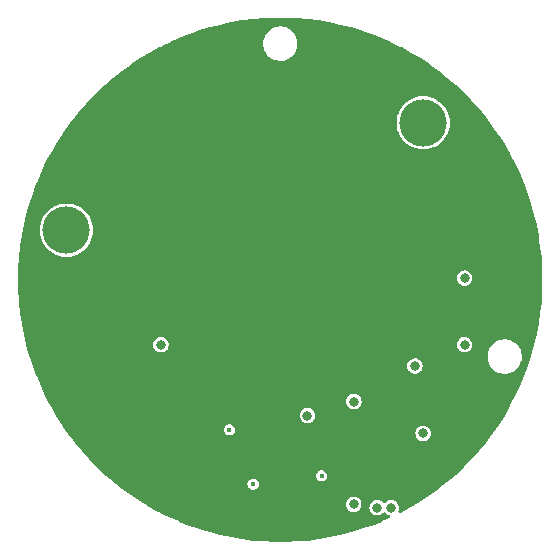
<source format=gbl>
%TF.GenerationSoftware,KiCad,Pcbnew,(6.0.9)*%
%TF.CreationDate,2023-02-02T11:01:25+01:00*%
%TF.ProjectId,Powerboard,506f7765-7262-46f6-9172-642e6b696361,rev?*%
%TF.SameCoordinates,Original*%
%TF.FileFunction,Copper,L6,Bot*%
%TF.FilePolarity,Positive*%
%FSLAX46Y46*%
G04 Gerber Fmt 4.6, Leading zero omitted, Abs format (unit mm)*
G04 Created by KiCad (PCBNEW (6.0.9)) date 2023-02-02 11:01:25*
%MOMM*%
%LPD*%
G01*
G04 APERTURE LIST*
%TA.AperFunction,ComponentPad*%
%ADD10C,4.000000*%
%TD*%
%TA.AperFunction,ComponentPad*%
%ADD11C,0.700000*%
%TD*%
%TA.AperFunction,SMDPad,CuDef*%
%ADD12R,3.500000X2.000000*%
%TD*%
%TA.AperFunction,ViaPad*%
%ADD13C,0.800000*%
%TD*%
%TA.AperFunction,ViaPad*%
%ADD14C,0.450000*%
%TD*%
G04 APERTURE END LIST*
D10*
%TO.P,J2,1,N*%
%TO.N,GND*%
X157100000Y-86700000D03*
%TO.P,J2,2,P*%
%TO.N,/LED+*%
X162100000Y-86700000D03*
%TD*%
D11*
%TO.P,U1,17,EP*%
%TO.N,GND*%
X158600000Y-113950000D03*
X155600000Y-113950000D03*
X155600000Y-115450000D03*
X158600000Y-115450000D03*
D12*
X157100000Y-114700000D03*
D11*
X157100000Y-115450000D03*
X157100000Y-113950000D03*
%TD*%
D10*
%TO.P,J1,1,N*%
%TO.N,GND*%
X131900000Y-100800000D03*
%TO.P,J1,2,P*%
%TO.N,/IN*%
X131900000Y-95800000D03*
%TD*%
D13*
%TO.N,GND*%
X158250000Y-80250000D03*
D14*
X144900000Y-112800000D03*
D13*
X163000000Y-82750000D03*
X143250000Y-99750000D03*
X159500000Y-92000000D03*
X161900000Y-106200000D03*
X136000000Y-100000000D03*
X139250000Y-90750000D03*
X143250000Y-96750000D03*
X165100000Y-112800000D03*
X171000000Y-96500000D03*
X136750000Y-110000000D03*
X155500000Y-93000000D03*
X154750000Y-106500000D03*
X167250000Y-87500000D03*
X155500000Y-94000000D03*
X143250000Y-93500000D03*
X139500000Y-86250000D03*
X137250000Y-90750000D03*
X159500000Y-94000000D03*
X137250000Y-87750000D03*
X135250000Y-102500000D03*
X138250000Y-90750000D03*
X165000000Y-115500000D03*
X162500000Y-114750000D03*
X154500000Y-94000000D03*
X158500000Y-94000000D03*
X155500000Y-92000000D03*
X142600000Y-82300000D03*
X157500000Y-94000000D03*
X146900000Y-117900000D03*
X167000000Y-113000000D03*
X163250000Y-108750000D03*
X128500000Y-97000000D03*
X137000000Y-102500000D03*
X136250000Y-87750000D03*
X142500000Y-87500000D03*
X139750000Y-81500000D03*
X163175000Y-106025000D03*
X166500000Y-104200000D03*
X158500000Y-93000000D03*
X139500000Y-89750000D03*
X154500000Y-93000000D03*
X166900000Y-109800000D03*
X161500000Y-93000000D03*
X159500000Y-93000000D03*
X136250000Y-90750000D03*
X152750000Y-118000000D03*
X160500000Y-93000000D03*
X130000000Y-92000000D03*
X131000000Y-110500000D03*
X139250000Y-87750000D03*
X135250000Y-98250000D03*
X153200000Y-115800000D03*
X170250000Y-93250000D03*
X151300000Y-112900000D03*
X135000000Y-112250000D03*
X129500000Y-107000000D03*
X140000000Y-101500000D03*
X134500000Y-103750000D03*
X137750000Y-103750000D03*
X135750000Y-83750000D03*
X161500000Y-94000000D03*
X146700000Y-82500000D03*
X152000000Y-110400000D03*
X153100000Y-109950000D03*
X165500000Y-98750000D03*
X168750000Y-110250000D03*
X138000000Y-100000000D03*
X153000000Y-86250000D03*
X160500000Y-94000000D03*
X150700000Y-115900000D03*
X153500000Y-79000000D03*
X171250000Y-103500000D03*
X148200000Y-99700000D03*
X152750000Y-121250000D03*
X148250000Y-96750000D03*
X157500000Y-106500000D03*
X171500000Y-99750000D03*
X158499614Y-91994653D03*
X138750000Y-99250000D03*
X160500000Y-119000000D03*
X135250000Y-99250000D03*
X149250000Y-87500000D03*
X143250000Y-90000000D03*
X138700000Y-105600000D03*
X138250000Y-87750000D03*
X149250000Y-90000000D03*
X143250000Y-79750000D03*
X129000000Y-105000000D03*
X156513738Y-91994653D03*
X156500000Y-94000000D03*
X153000000Y-83000000D03*
X133000000Y-113000000D03*
X148250000Y-93500000D03*
X138500000Y-110500000D03*
X162800000Y-116200000D03*
X157500000Y-93000000D03*
X137000000Y-100000000D03*
X153500000Y-114250000D03*
X168600000Y-103100000D03*
X142600000Y-111700000D03*
X163200000Y-113000000D03*
X139500000Y-88750000D03*
X156500000Y-93000000D03*
%TO.N,/NDRV*%
X156224500Y-110314299D03*
X139900000Y-105500000D03*
%TO.N,/!DIMOUT*%
X165600000Y-105500000D03*
X165600000Y-99850000D03*
%TO.N,/ICTRL*%
X156219011Y-119015553D03*
D14*
X145700000Y-112700000D03*
D13*
%TO.N,/IN*%
X152300000Y-111500000D03*
%TO.N,/!FTL*%
X158200000Y-119300000D03*
D14*
X147700000Y-117300000D03*
D13*
%TO.N,/PWMDIM*%
X159400000Y-119300000D03*
D14*
X153500000Y-116600000D03*
D13*
%TO.N,/V-out*%
X161400000Y-107300000D03*
X162100000Y-113000000D03*
%TD*%
%TA.AperFunction,Conductor*%
%TO.N,GND*%
G36*
X150468036Y-77805500D02*
G01*
X151390821Y-77844176D01*
X151397012Y-77844566D01*
X152317365Y-77921849D01*
X152323563Y-77922500D01*
X153239891Y-78038260D01*
X153246051Y-78039170D01*
X154156698Y-78193194D01*
X154162794Y-78194357D01*
X154525622Y-78271478D01*
X155066219Y-78386386D01*
X155072295Y-78387811D01*
X155966856Y-78617495D01*
X155972866Y-78619173D01*
X155982823Y-78622179D01*
X156857048Y-78886123D01*
X156862983Y-78888052D01*
X157205622Y-79007371D01*
X157735174Y-79191780D01*
X157741005Y-79193948D01*
X158599787Y-79533965D01*
X158605494Y-79536364D01*
X159174457Y-79789683D01*
X159449230Y-79912020D01*
X159454877Y-79914677D01*
X160130091Y-80249856D01*
X160282144Y-80325336D01*
X160287673Y-80328226D01*
X161091556Y-80770164D01*
X161097022Y-80773169D01*
X161102418Y-80776285D01*
X161892435Y-81254736D01*
X161897676Y-81258062D01*
X162666961Y-81769174D01*
X162672066Y-81772722D01*
X163419285Y-82315609D01*
X163424256Y-82319382D01*
X164148043Y-82893048D01*
X164152852Y-82897026D01*
X164852001Y-83500516D01*
X164856639Y-83504692D01*
X165529906Y-84136932D01*
X165534364Y-84141298D01*
X166180553Y-84801165D01*
X166184808Y-84805694D01*
X166454522Y-85105242D01*
X166802818Y-85492063D01*
X166806895Y-85496788D01*
X167395619Y-86208433D01*
X167399496Y-86213324D01*
X167957890Y-86948980D01*
X167961554Y-86954023D01*
X168387901Y-87567456D01*
X168488649Y-87712414D01*
X168492098Y-87717605D01*
X168987001Y-88497446D01*
X168990202Y-88502732D01*
X169285017Y-89013366D01*
X169452016Y-89302617D01*
X169455018Y-89308078D01*
X169882906Y-90126553D01*
X169885681Y-90132143D01*
X170278916Y-90967811D01*
X170281455Y-90973512D01*
X170639368Y-91824953D01*
X170641665Y-91830756D01*
X170963596Y-92696403D01*
X170965648Y-92702296D01*
X171251049Y-93580670D01*
X171252853Y-93586645D01*
X171501223Y-94476205D01*
X171502775Y-94482250D01*
X171713672Y-95381413D01*
X171714970Y-95387517D01*
X171792727Y-95795133D01*
X171869341Y-96196755D01*
X171888034Y-96294748D01*
X171889071Y-96300881D01*
X171941873Y-96658451D01*
X172023994Y-97214580D01*
X172024776Y-97220771D01*
X172121317Y-98139295D01*
X172121839Y-98145514D01*
X172178431Y-99045005D01*
X172179832Y-99067274D01*
X172180092Y-99073488D01*
X172199435Y-99996880D01*
X172199435Y-100003103D01*
X172189686Y-100468544D01*
X172180093Y-100926490D01*
X172179833Y-100932703D01*
X172143975Y-101502652D01*
X172121839Y-101854486D01*
X172121317Y-101860705D01*
X172024776Y-102779229D01*
X172023994Y-102785420D01*
X171889075Y-103699098D01*
X171888037Y-103705232D01*
X171796073Y-104187329D01*
X171714970Y-104612483D01*
X171713672Y-104618587D01*
X171502775Y-105517750D01*
X171501223Y-105523795D01*
X171252853Y-106413355D01*
X171251049Y-106419330D01*
X170965648Y-107297704D01*
X170963596Y-107303597D01*
X170641665Y-108169244D01*
X170639368Y-108175047D01*
X170281455Y-109026488D01*
X170278916Y-109032189D01*
X169885681Y-109867857D01*
X169882907Y-109873444D01*
X169491757Y-110621647D01*
X169455022Y-110691914D01*
X169452020Y-110697375D01*
X168990202Y-111497268D01*
X168987001Y-111502554D01*
X168492103Y-112282388D01*
X168488653Y-112287580D01*
X167992070Y-113002070D01*
X167961558Y-113045971D01*
X167957894Y-113051014D01*
X167751461Y-113322980D01*
X167399496Y-113786676D01*
X167395619Y-113791567D01*
X166806895Y-114503212D01*
X166802826Y-114507928D01*
X166184808Y-115194306D01*
X166180553Y-115198835D01*
X165534364Y-115858702D01*
X165529906Y-115863068D01*
X164856639Y-116495308D01*
X164852001Y-116499484D01*
X164441458Y-116853856D01*
X164183284Y-117076706D01*
X164152852Y-117102974D01*
X164148053Y-117106943D01*
X163448070Y-117661743D01*
X163424256Y-117680618D01*
X163419285Y-117684391D01*
X162672066Y-118227278D01*
X162666961Y-118230826D01*
X161897676Y-118741938D01*
X161892435Y-118745264D01*
X161102427Y-119223710D01*
X161097032Y-119226825D01*
X160346984Y-119639167D01*
X160287674Y-119671773D01*
X160282143Y-119674664D01*
X160218255Y-119706378D01*
X160142649Y-119721623D01*
X160069549Y-119697022D01*
X160018544Y-119639167D01*
X160003299Y-119563561D01*
X160013757Y-119517342D01*
X160029601Y-119477930D01*
X160029602Y-119477927D01*
X160032950Y-119469598D01*
X160055134Y-119313723D01*
X160055278Y-119300000D01*
X160036363Y-119143694D01*
X160000115Y-119047766D01*
X159983885Y-119004813D01*
X159983883Y-119004809D01*
X159980710Y-118996412D01*
X159891531Y-118866657D01*
X159773976Y-118761919D01*
X159634831Y-118688245D01*
X159626119Y-118686057D01*
X159626117Y-118686056D01*
X159490840Y-118652077D01*
X159490838Y-118652077D01*
X159482128Y-118649889D01*
X159324684Y-118649065D01*
X159315955Y-118651161D01*
X159315952Y-118651161D01*
X159244207Y-118668386D01*
X159171588Y-118685820D01*
X159031679Y-118758032D01*
X158913034Y-118861533D01*
X158909573Y-118866458D01*
X158846045Y-118907716D01*
X158769023Y-118911755D01*
X158700300Y-118876742D01*
X158694284Y-118870663D01*
X158691531Y-118866657D01*
X158684819Y-118860676D01*
X158580683Y-118767895D01*
X158573976Y-118761919D01*
X158434831Y-118688245D01*
X158426119Y-118686057D01*
X158426117Y-118686056D01*
X158290840Y-118652077D01*
X158290838Y-118652077D01*
X158282128Y-118649889D01*
X158124684Y-118649065D01*
X158115955Y-118651161D01*
X158115952Y-118651161D01*
X158044207Y-118668386D01*
X157971588Y-118685820D01*
X157831679Y-118758032D01*
X157713034Y-118861533D01*
X157622501Y-118990348D01*
X157565309Y-119137039D01*
X157544758Y-119293138D01*
X157545744Y-119302069D01*
X157545744Y-119302070D01*
X157560560Y-119436270D01*
X157562035Y-119449633D01*
X157616143Y-119597490D01*
X157621154Y-119604947D01*
X157661667Y-119665236D01*
X157703958Y-119728172D01*
X157820410Y-119834135D01*
X157958776Y-119909262D01*
X158013940Y-119923734D01*
X158102384Y-119946937D01*
X158102388Y-119946937D01*
X158111069Y-119949215D01*
X158268495Y-119951688D01*
X158319031Y-119940114D01*
X158413210Y-119918544D01*
X158413211Y-119918544D01*
X158421968Y-119916538D01*
X158429995Y-119912501D01*
X158554599Y-119849832D01*
X158554601Y-119849831D01*
X158562625Y-119845795D01*
X158682348Y-119743542D01*
X158687592Y-119736245D01*
X158690326Y-119733271D01*
X158755446Y-119691942D01*
X158832506Y-119688711D01*
X158900859Y-119724442D01*
X158902792Y-119726436D01*
X158903958Y-119728172D01*
X159020410Y-119834135D01*
X159158776Y-119909262D01*
X159167460Y-119911540D01*
X159167462Y-119911541D01*
X159183717Y-119915805D01*
X159250712Y-119954019D01*
X159289625Y-120020612D01*
X159290029Y-120097739D01*
X159251815Y-120164734D01*
X159206510Y-120196046D01*
X158605494Y-120463636D01*
X158599787Y-120466035D01*
X157741005Y-120806052D01*
X157735174Y-120808220D01*
X157299074Y-120960086D01*
X156862983Y-121111948D01*
X156857048Y-121113877D01*
X155972867Y-121380827D01*
X155966856Y-121382505D01*
X155072295Y-121612189D01*
X155066219Y-121613614D01*
X154525622Y-121728522D01*
X154162794Y-121805643D01*
X154156698Y-121806806D01*
X153246051Y-121960830D01*
X153239891Y-121961740D01*
X152323563Y-122077500D01*
X152317365Y-122078151D01*
X151397012Y-122155434D01*
X151390821Y-122155824D01*
X150468037Y-122194500D01*
X150461798Y-122194631D01*
X149538202Y-122194631D01*
X149531963Y-122194500D01*
X148609179Y-122155824D01*
X148602988Y-122155434D01*
X147682635Y-122078151D01*
X147676437Y-122077500D01*
X146760109Y-121961740D01*
X146753949Y-121960830D01*
X145843302Y-121806806D01*
X145837206Y-121805643D01*
X145474378Y-121728522D01*
X144933781Y-121613614D01*
X144927705Y-121612189D01*
X144033144Y-121382505D01*
X144027133Y-121380827D01*
X143142952Y-121113877D01*
X143137017Y-121111948D01*
X142700926Y-120960086D01*
X142264826Y-120808220D01*
X142258995Y-120806052D01*
X141400213Y-120466035D01*
X141394506Y-120463636D01*
X140550771Y-120087980D01*
X140545123Y-120085323D01*
X140195042Y-119911541D01*
X139717854Y-119674663D01*
X139712326Y-119671773D01*
X139653016Y-119639167D01*
X138902968Y-119226825D01*
X138897573Y-119223710D01*
X138542535Y-119008691D01*
X155563769Y-119008691D01*
X155564755Y-119017622D01*
X155564755Y-119017623D01*
X155579658Y-119152612D01*
X155581046Y-119165186D01*
X155635154Y-119313043D01*
X155722969Y-119443725D01*
X155729611Y-119449768D01*
X155729612Y-119449770D01*
X155751403Y-119469598D01*
X155839421Y-119549688D01*
X155977787Y-119624815D01*
X156032494Y-119639167D01*
X156121395Y-119662490D01*
X156121399Y-119662490D01*
X156130080Y-119664768D01*
X156287506Y-119667241D01*
X156410084Y-119639167D01*
X156432221Y-119634097D01*
X156432222Y-119634097D01*
X156440979Y-119632091D01*
X156449006Y-119628054D01*
X156573610Y-119565385D01*
X156573612Y-119565384D01*
X156581636Y-119561348D01*
X156701359Y-119459095D01*
X156708158Y-119449633D01*
X156787992Y-119338533D01*
X156787993Y-119338530D01*
X156793235Y-119331236D01*
X156798336Y-119318548D01*
X156848612Y-119193483D01*
X156848613Y-119193480D01*
X156851961Y-119185151D01*
X156874145Y-119029276D01*
X156874289Y-119015553D01*
X156855374Y-118859247D01*
X156811697Y-118743658D01*
X156802896Y-118720366D01*
X156802894Y-118720362D01*
X156799721Y-118711965D01*
X156710542Y-118582210D01*
X156592987Y-118477472D01*
X156453842Y-118403798D01*
X156445130Y-118401610D01*
X156445128Y-118401609D01*
X156309851Y-118367630D01*
X156309849Y-118367630D01*
X156301139Y-118365442D01*
X156143695Y-118364618D01*
X156134966Y-118366714D01*
X156134963Y-118366714D01*
X156063218Y-118383939D01*
X155990599Y-118401373D01*
X155850690Y-118473585D01*
X155732045Y-118577086D01*
X155641512Y-118705901D01*
X155584320Y-118852592D01*
X155583147Y-118861498D01*
X155583147Y-118861500D01*
X155577063Y-118907716D01*
X155563769Y-119008691D01*
X138542535Y-119008691D01*
X138107565Y-118745264D01*
X138102324Y-118741938D01*
X137333039Y-118230826D01*
X137327934Y-118227278D01*
X136580715Y-117684391D01*
X136575744Y-117680618D01*
X136551930Y-117661743D01*
X136088119Y-117294131D01*
X147219646Y-117294131D01*
X147237306Y-117429186D01*
X147292162Y-117553856D01*
X147298993Y-117561983D01*
X147298994Y-117561984D01*
X147322613Y-117590082D01*
X147379804Y-117658119D01*
X147493187Y-117733593D01*
X147623195Y-117774210D01*
X147633808Y-117774405D01*
X147633811Y-117774405D01*
X147748765Y-117776512D01*
X147748769Y-117776512D01*
X147759377Y-117776706D01*
X147890786Y-117740880D01*
X147899832Y-117735326D01*
X147997815Y-117675165D01*
X147997818Y-117675163D01*
X148006858Y-117669612D01*
X148098261Y-117568631D01*
X148157649Y-117446054D01*
X148180247Y-117311737D01*
X148180390Y-117300000D01*
X148179550Y-117294131D01*
X148162586Y-117175679D01*
X148162586Y-117175678D01*
X148161081Y-117165171D01*
X148120859Y-117076706D01*
X148109100Y-117050843D01*
X148109098Y-117050840D01*
X148104706Y-117041180D01*
X148047823Y-116975165D01*
X148022725Y-116946037D01*
X148022724Y-116946036D01*
X148015796Y-116937996D01*
X147901501Y-116863913D01*
X147823758Y-116840663D01*
X147781179Y-116827929D01*
X147781177Y-116827929D01*
X147771006Y-116824887D01*
X147760388Y-116824822D01*
X147760387Y-116824822D01*
X147704194Y-116824479D01*
X147634804Y-116824055D01*
X147624599Y-116826972D01*
X147624596Y-116826972D01*
X147514051Y-116858566D01*
X147514049Y-116858567D01*
X147503842Y-116861484D01*
X147494864Y-116867149D01*
X147494861Y-116867150D01*
X147425130Y-116911148D01*
X147388650Y-116934165D01*
X147298487Y-117036255D01*
X147240601Y-117159548D01*
X147219646Y-117294131D01*
X136088119Y-117294131D01*
X135851947Y-117106943D01*
X135847148Y-117102974D01*
X135816717Y-117076706D01*
X135558542Y-116853856D01*
X135257648Y-116594131D01*
X153019646Y-116594131D01*
X153037306Y-116729186D01*
X153092162Y-116853856D01*
X153098993Y-116861983D01*
X153098994Y-116861984D01*
X153122613Y-116890082D01*
X153179804Y-116958119D01*
X153293187Y-117033593D01*
X153423195Y-117074210D01*
X153433808Y-117074405D01*
X153433811Y-117074405D01*
X153548765Y-117076512D01*
X153548769Y-117076512D01*
X153559377Y-117076706D01*
X153690786Y-117040880D01*
X153699832Y-117035326D01*
X153797815Y-116975165D01*
X153797818Y-116975163D01*
X153806858Y-116969612D01*
X153898261Y-116868631D01*
X153957649Y-116746054D01*
X153980247Y-116611737D01*
X153980390Y-116600000D01*
X153979550Y-116594131D01*
X153962586Y-116475679D01*
X153962586Y-116475678D01*
X153961081Y-116465171D01*
X153932893Y-116403175D01*
X153909100Y-116350843D01*
X153909098Y-116350840D01*
X153904706Y-116341180D01*
X153815796Y-116237996D01*
X153701501Y-116163913D01*
X153623758Y-116140663D01*
X153581179Y-116127929D01*
X153581177Y-116127929D01*
X153571006Y-116124887D01*
X153560388Y-116124822D01*
X153560387Y-116124822D01*
X153504194Y-116124479D01*
X153434804Y-116124055D01*
X153424599Y-116126972D01*
X153424596Y-116126972D01*
X153314051Y-116158566D01*
X153314049Y-116158567D01*
X153303842Y-116161484D01*
X153294864Y-116167149D01*
X153294861Y-116167150D01*
X153225130Y-116211148D01*
X153188650Y-116234165D01*
X153098487Y-116336255D01*
X153040601Y-116459548D01*
X153019646Y-116594131D01*
X135257648Y-116594131D01*
X135147999Y-116499484D01*
X135143361Y-116495308D01*
X134470094Y-115863068D01*
X134465636Y-115858702D01*
X133819447Y-115198835D01*
X133815192Y-115194306D01*
X133197174Y-114507928D01*
X133193105Y-114503212D01*
X132604381Y-113791567D01*
X132600504Y-113786676D01*
X132248539Y-113322980D01*
X132042106Y-113051014D01*
X132038442Y-113045971D01*
X132007930Y-113002070D01*
X131793907Y-112694131D01*
X145219646Y-112694131D01*
X145237306Y-112829186D01*
X145292162Y-112953856D01*
X145298993Y-112961983D01*
X145298994Y-112961984D01*
X145317693Y-112984229D01*
X145379804Y-113058119D01*
X145493187Y-113133593D01*
X145623195Y-113174210D01*
X145633808Y-113174405D01*
X145633811Y-113174405D01*
X145748765Y-113176512D01*
X145748769Y-113176512D01*
X145759377Y-113176706D01*
X145890786Y-113140880D01*
X145899832Y-113135326D01*
X145997815Y-113075165D01*
X145997818Y-113075163D01*
X146006858Y-113069612D01*
X146076078Y-112993138D01*
X161444758Y-112993138D01*
X161445744Y-113002069D01*
X161445744Y-113002070D01*
X161460614Y-113136758D01*
X161462035Y-113149633D01*
X161516143Y-113297490D01*
X161603958Y-113428172D01*
X161610600Y-113434215D01*
X161610601Y-113434217D01*
X161669939Y-113488210D01*
X161720410Y-113534135D01*
X161858776Y-113609262D01*
X161913940Y-113623734D01*
X162002384Y-113646937D01*
X162002388Y-113646937D01*
X162011069Y-113649215D01*
X162168495Y-113651688D01*
X162219031Y-113640114D01*
X162313210Y-113618544D01*
X162313211Y-113618544D01*
X162321968Y-113616538D01*
X162329995Y-113612501D01*
X162454599Y-113549832D01*
X162454601Y-113549831D01*
X162462625Y-113545795D01*
X162582348Y-113443542D01*
X162589049Y-113434217D01*
X162668981Y-113322980D01*
X162668982Y-113322977D01*
X162674224Y-113315683D01*
X162732950Y-113169598D01*
X162755134Y-113013723D01*
X162755278Y-113000000D01*
X162736363Y-112843694D01*
X162686501Y-112711737D01*
X162683885Y-112704813D01*
X162683883Y-112704809D01*
X162680710Y-112696412D01*
X162591531Y-112566657D01*
X162473976Y-112461919D01*
X162434807Y-112441180D01*
X162342771Y-112392449D01*
X162334831Y-112388245D01*
X162326119Y-112386057D01*
X162326117Y-112386056D01*
X162190840Y-112352077D01*
X162190838Y-112352077D01*
X162182128Y-112349889D01*
X162024684Y-112349065D01*
X162015955Y-112351161D01*
X162015952Y-112351161D01*
X161944207Y-112368386D01*
X161871588Y-112385820D01*
X161764642Y-112441019D01*
X161745608Y-112450843D01*
X161731679Y-112458032D01*
X161613034Y-112561533D01*
X161522501Y-112690348D01*
X161465309Y-112837039D01*
X161444758Y-112993138D01*
X146076078Y-112993138D01*
X146098261Y-112968631D01*
X146157649Y-112846054D01*
X146180247Y-112711737D01*
X146180390Y-112700000D01*
X146179550Y-112694131D01*
X146162586Y-112575679D01*
X146162586Y-112575678D01*
X146161081Y-112565171D01*
X146115053Y-112463937D01*
X146109100Y-112450843D01*
X146109098Y-112450840D01*
X146104706Y-112441180D01*
X146026044Y-112349889D01*
X146022725Y-112346037D01*
X146022724Y-112346036D01*
X146015796Y-112337996D01*
X145901501Y-112263913D01*
X145823758Y-112240663D01*
X145781179Y-112227929D01*
X145781177Y-112227929D01*
X145771006Y-112224887D01*
X145760388Y-112224822D01*
X145760387Y-112224822D01*
X145704194Y-112224479D01*
X145634804Y-112224055D01*
X145624599Y-112226972D01*
X145624596Y-112226972D01*
X145514051Y-112258566D01*
X145514049Y-112258567D01*
X145503842Y-112261484D01*
X145494864Y-112267149D01*
X145494861Y-112267150D01*
X145425130Y-112311148D01*
X145388650Y-112334165D01*
X145298487Y-112436255D01*
X145240601Y-112559548D01*
X145238968Y-112570036D01*
X145231131Y-112620372D01*
X145219646Y-112694131D01*
X131793907Y-112694131D01*
X131511347Y-112287580D01*
X131507897Y-112282388D01*
X131012999Y-111502554D01*
X131009798Y-111497268D01*
X131007414Y-111493138D01*
X151644758Y-111493138D01*
X151645744Y-111502069D01*
X151645744Y-111502070D01*
X151647031Y-111513723D01*
X151662035Y-111649633D01*
X151716143Y-111797490D01*
X151803958Y-111928172D01*
X151810600Y-111934215D01*
X151810601Y-111934217D01*
X151869939Y-111988210D01*
X151920410Y-112034135D01*
X152058776Y-112109262D01*
X152113940Y-112123734D01*
X152202384Y-112146937D01*
X152202388Y-112146937D01*
X152211069Y-112149215D01*
X152368495Y-112151688D01*
X152419031Y-112140114D01*
X152513210Y-112118544D01*
X152513211Y-112118544D01*
X152521968Y-112116538D01*
X152529995Y-112112501D01*
X152654599Y-112049832D01*
X152654601Y-112049831D01*
X152662625Y-112045795D01*
X152782348Y-111943542D01*
X152789049Y-111934217D01*
X152868981Y-111822980D01*
X152868982Y-111822977D01*
X152874224Y-111815683D01*
X152932950Y-111669598D01*
X152955134Y-111513723D01*
X152955278Y-111500000D01*
X152936363Y-111343694D01*
X152912018Y-111279266D01*
X152883885Y-111204813D01*
X152883883Y-111204809D01*
X152880710Y-111196412D01*
X152791531Y-111066657D01*
X152673976Y-110961919D01*
X152534831Y-110888245D01*
X152526119Y-110886057D01*
X152526117Y-110886056D01*
X152390840Y-110852077D01*
X152390838Y-110852077D01*
X152382128Y-110849889D01*
X152224684Y-110849065D01*
X152215955Y-110851161D01*
X152215952Y-110851161D01*
X152161929Y-110864131D01*
X152071588Y-110885820D01*
X151931679Y-110958032D01*
X151813034Y-111061533D01*
X151722501Y-111190348D01*
X151665309Y-111337039D01*
X151644758Y-111493138D01*
X131007414Y-111493138D01*
X130547980Y-110697375D01*
X130544978Y-110691914D01*
X130508244Y-110621647D01*
X130343979Y-110307437D01*
X155569258Y-110307437D01*
X155570244Y-110316368D01*
X155570244Y-110316369D01*
X155571531Y-110328022D01*
X155586535Y-110463932D01*
X155640643Y-110611789D01*
X155728458Y-110742471D01*
X155735100Y-110748514D01*
X155735101Y-110748516D01*
X155794439Y-110802509D01*
X155844910Y-110848434D01*
X155983276Y-110923561D01*
X156038440Y-110938033D01*
X156126884Y-110961236D01*
X156126888Y-110961236D01*
X156135569Y-110963514D01*
X156292995Y-110965987D01*
X156345722Y-110953911D01*
X156437710Y-110932843D01*
X156437711Y-110932843D01*
X156446468Y-110930837D01*
X156454495Y-110926800D01*
X156579099Y-110864131D01*
X156579101Y-110864130D01*
X156587125Y-110860094D01*
X156706848Y-110757841D01*
X156713549Y-110748516D01*
X156793481Y-110637279D01*
X156793482Y-110637276D01*
X156798724Y-110629982D01*
X156857450Y-110483897D01*
X156879634Y-110328022D01*
X156879778Y-110314299D01*
X156860863Y-110157993D01*
X156836518Y-110093565D01*
X156808385Y-110019112D01*
X156808383Y-110019108D01*
X156805210Y-110010711D01*
X156716031Y-109880956D01*
X156598476Y-109776218D01*
X156459331Y-109702544D01*
X156450619Y-109700356D01*
X156450617Y-109700355D01*
X156315340Y-109666376D01*
X156315338Y-109666376D01*
X156306628Y-109664188D01*
X156149184Y-109663364D01*
X156140455Y-109665460D01*
X156140452Y-109665460D01*
X156068707Y-109682685D01*
X155996088Y-109700119D01*
X155856179Y-109772331D01*
X155737534Y-109875832D01*
X155647001Y-110004647D01*
X155589809Y-110151338D01*
X155569258Y-110307437D01*
X130343979Y-110307437D01*
X130117093Y-109873444D01*
X130114319Y-109867857D01*
X129721084Y-109032189D01*
X129718545Y-109026488D01*
X129360632Y-108175047D01*
X129358335Y-108169244D01*
X129036404Y-107303597D01*
X129034352Y-107297704D01*
X129032868Y-107293138D01*
X160744758Y-107293138D01*
X160745744Y-107302069D01*
X160745744Y-107302070D01*
X160747031Y-107313723D01*
X160762035Y-107449633D01*
X160816143Y-107597490D01*
X160903958Y-107728172D01*
X160910600Y-107734215D01*
X160910601Y-107734217D01*
X160941226Y-107762083D01*
X161020410Y-107834135D01*
X161028300Y-107838419D01*
X161150884Y-107904977D01*
X161158776Y-107909262D01*
X161213940Y-107923734D01*
X161302384Y-107946937D01*
X161302388Y-107946937D01*
X161311069Y-107949215D01*
X161468495Y-107951688D01*
X161537311Y-107935927D01*
X161613210Y-107918544D01*
X161613211Y-107918544D01*
X161621968Y-107916538D01*
X161629995Y-107912501D01*
X161754599Y-107849832D01*
X161754601Y-107849831D01*
X161762625Y-107845795D01*
X161882348Y-107743542D01*
X161889049Y-107734217D01*
X161968981Y-107622980D01*
X161968982Y-107622977D01*
X161974224Y-107615683D01*
X162032950Y-107469598D01*
X162055134Y-107313723D01*
X162055278Y-107300000D01*
X162036363Y-107143694D01*
X162004063Y-107058214D01*
X161983885Y-107004813D01*
X161983883Y-107004809D01*
X161980710Y-106996412D01*
X161971491Y-106982999D01*
X161896624Y-106874067D01*
X161896623Y-106874066D01*
X161891531Y-106866657D01*
X161773976Y-106761919D01*
X161634831Y-106688245D01*
X161626119Y-106686057D01*
X161626117Y-106686056D01*
X161490840Y-106652077D01*
X161490838Y-106652077D01*
X161482128Y-106649889D01*
X161324684Y-106649065D01*
X161315955Y-106651161D01*
X161315952Y-106651161D01*
X161244207Y-106668386D01*
X161171588Y-106685820D01*
X161031679Y-106758032D01*
X160913034Y-106861533D01*
X160822501Y-106990348D01*
X160765309Y-107137039D01*
X160744758Y-107293138D01*
X129032868Y-107293138D01*
X128808151Y-106601529D01*
X167548074Y-106601529D01*
X167548998Y-106607567D01*
X167572618Y-106761919D01*
X167584153Y-106837302D01*
X167658255Y-107064018D01*
X167768390Y-107275586D01*
X167772057Y-107280471D01*
X167772059Y-107280473D01*
X167787227Y-107300675D01*
X167911602Y-107466325D01*
X168084042Y-107631113D01*
X168281082Y-107765525D01*
X168497428Y-107865949D01*
X168503317Y-107867582D01*
X168503322Y-107867584D01*
X168721386Y-107928059D01*
X168721390Y-107928060D01*
X168727272Y-107929691D01*
X168921986Y-107950500D01*
X169060463Y-107950500D01*
X169122989Y-107945359D01*
X169231624Y-107936428D01*
X169231626Y-107936428D01*
X169237716Y-107935927D01*
X169243642Y-107934438D01*
X169243645Y-107934438D01*
X169463120Y-107879310D01*
X169469048Y-107877821D01*
X169474645Y-107875387D01*
X169474652Y-107875385D01*
X169619832Y-107812258D01*
X169687784Y-107782712D01*
X169888049Y-107653155D01*
X170064464Y-107492629D01*
X170212293Y-107305445D01*
X170216567Y-107297704D01*
X170301584Y-107143694D01*
X170327564Y-107096631D01*
X170407183Y-106871794D01*
X170409164Y-106860676D01*
X170426755Y-106761919D01*
X170449012Y-106636972D01*
X170449568Y-106591515D01*
X170451851Y-106404581D01*
X170451926Y-106398471D01*
X170415847Y-106162698D01*
X170341745Y-105935982D01*
X170231610Y-105724414D01*
X170213213Y-105699911D01*
X170092068Y-105538563D01*
X170088398Y-105533675D01*
X170048093Y-105495158D01*
X169920376Y-105373109D01*
X169915958Y-105368887D01*
X169718918Y-105234475D01*
X169502572Y-105134051D01*
X169496683Y-105132418D01*
X169496678Y-105132416D01*
X169278614Y-105071941D01*
X169278610Y-105071940D01*
X169272728Y-105070309D01*
X169078014Y-105049500D01*
X168939537Y-105049500D01*
X168877011Y-105054641D01*
X168768376Y-105063572D01*
X168768374Y-105063572D01*
X168762284Y-105064073D01*
X168756358Y-105065562D01*
X168756355Y-105065562D01*
X168536880Y-105120690D01*
X168530952Y-105122179D01*
X168525355Y-105124613D01*
X168525348Y-105124615D01*
X168391075Y-105182999D01*
X168312216Y-105217288D01*
X168111951Y-105346845D01*
X167935536Y-105507371D01*
X167787707Y-105694555D01*
X167672436Y-105903369D01*
X167592817Y-106128206D01*
X167591746Y-106134221D01*
X167591745Y-106134223D01*
X167576378Y-106220494D01*
X167550988Y-106363028D01*
X167548074Y-106601529D01*
X128808151Y-106601529D01*
X128748951Y-106419330D01*
X128747147Y-106413355D01*
X128498777Y-105523795D01*
X128497225Y-105517750D01*
X128491452Y-105493138D01*
X139244758Y-105493138D01*
X139245744Y-105502069D01*
X139245744Y-105502070D01*
X139248143Y-105523795D01*
X139262035Y-105649633D01*
X139316143Y-105797490D01*
X139403958Y-105928172D01*
X139410600Y-105934215D01*
X139410601Y-105934217D01*
X139469939Y-105988210D01*
X139520410Y-106034135D01*
X139658776Y-106109262D01*
X139709031Y-106122446D01*
X139802384Y-106146937D01*
X139802388Y-106146937D01*
X139811069Y-106149215D01*
X139968495Y-106151688D01*
X140071023Y-106128206D01*
X140113210Y-106118544D01*
X140113211Y-106118544D01*
X140121968Y-106116538D01*
X140129995Y-106112501D01*
X140254599Y-106049832D01*
X140254601Y-106049831D01*
X140262625Y-106045795D01*
X140382348Y-105943542D01*
X140391673Y-105930565D01*
X140468981Y-105822980D01*
X140468982Y-105822977D01*
X140474224Y-105815683D01*
X140484930Y-105789052D01*
X140529601Y-105677930D01*
X140529602Y-105677927D01*
X140532950Y-105669598D01*
X140555134Y-105513723D01*
X140555278Y-105500000D01*
X140554448Y-105493138D01*
X164944758Y-105493138D01*
X164945744Y-105502069D01*
X164945744Y-105502070D01*
X164948143Y-105523795D01*
X164962035Y-105649633D01*
X165016143Y-105797490D01*
X165103958Y-105928172D01*
X165110600Y-105934215D01*
X165110601Y-105934217D01*
X165169939Y-105988210D01*
X165220410Y-106034135D01*
X165358776Y-106109262D01*
X165409031Y-106122446D01*
X165502384Y-106146937D01*
X165502388Y-106146937D01*
X165511069Y-106149215D01*
X165668495Y-106151688D01*
X165771023Y-106128206D01*
X165813210Y-106118544D01*
X165813211Y-106118544D01*
X165821968Y-106116538D01*
X165829995Y-106112501D01*
X165954599Y-106049832D01*
X165954601Y-106049831D01*
X165962625Y-106045795D01*
X166082348Y-105943542D01*
X166091673Y-105930565D01*
X166168981Y-105822980D01*
X166168982Y-105822977D01*
X166174224Y-105815683D01*
X166184930Y-105789052D01*
X166229601Y-105677930D01*
X166229602Y-105677927D01*
X166232950Y-105669598D01*
X166255134Y-105513723D01*
X166255278Y-105500000D01*
X166236363Y-105343694D01*
X166212018Y-105279266D01*
X166183885Y-105204813D01*
X166183883Y-105204809D01*
X166180710Y-105196412D01*
X166091531Y-105066657D01*
X165973976Y-104961919D01*
X165834831Y-104888245D01*
X165826119Y-104886057D01*
X165826117Y-104886056D01*
X165690840Y-104852077D01*
X165690838Y-104852077D01*
X165682128Y-104849889D01*
X165524684Y-104849065D01*
X165515955Y-104851161D01*
X165515952Y-104851161D01*
X165444207Y-104868386D01*
X165371588Y-104885820D01*
X165231679Y-104958032D01*
X165113034Y-105061533D01*
X165022501Y-105190348D01*
X165019238Y-105198716D01*
X165019238Y-105198717D01*
X165011998Y-105217288D01*
X164965309Y-105337039D01*
X164964136Y-105345945D01*
X164964136Y-105345947D01*
X164963259Y-105352612D01*
X164944758Y-105493138D01*
X140554448Y-105493138D01*
X140536363Y-105343694D01*
X140512018Y-105279266D01*
X140483885Y-105204813D01*
X140483883Y-105204809D01*
X140480710Y-105196412D01*
X140391531Y-105066657D01*
X140273976Y-104961919D01*
X140134831Y-104888245D01*
X140126119Y-104886057D01*
X140126117Y-104886056D01*
X139990840Y-104852077D01*
X139990838Y-104852077D01*
X139982128Y-104849889D01*
X139824684Y-104849065D01*
X139815955Y-104851161D01*
X139815952Y-104851161D01*
X139744207Y-104868386D01*
X139671588Y-104885820D01*
X139531679Y-104958032D01*
X139413034Y-105061533D01*
X139322501Y-105190348D01*
X139319238Y-105198716D01*
X139319238Y-105198717D01*
X139311998Y-105217288D01*
X139265309Y-105337039D01*
X139264136Y-105345945D01*
X139264136Y-105345947D01*
X139263259Y-105352612D01*
X139244758Y-105493138D01*
X128491452Y-105493138D01*
X128286328Y-104618587D01*
X128285030Y-104612483D01*
X128203927Y-104187329D01*
X128111963Y-103705232D01*
X128110925Y-103699098D01*
X127976006Y-102785420D01*
X127975224Y-102779229D01*
X127878683Y-101860705D01*
X127878161Y-101854486D01*
X127856025Y-101502652D01*
X127820167Y-100932703D01*
X127819907Y-100926490D01*
X127810315Y-100468544D01*
X127800565Y-100003103D01*
X127800565Y-99996880D01*
X127803786Y-99843138D01*
X164944758Y-99843138D01*
X164945744Y-99852069D01*
X164945744Y-99852070D01*
X164947031Y-99863723D01*
X164962035Y-99999633D01*
X165016143Y-100147490D01*
X165103958Y-100278172D01*
X165110600Y-100284215D01*
X165110601Y-100284217D01*
X165169939Y-100338210D01*
X165220410Y-100384135D01*
X165358776Y-100459262D01*
X165413940Y-100473734D01*
X165502384Y-100496937D01*
X165502388Y-100496937D01*
X165511069Y-100499215D01*
X165668495Y-100501688D01*
X165719031Y-100490114D01*
X165813210Y-100468544D01*
X165813211Y-100468544D01*
X165821968Y-100466538D01*
X165829995Y-100462501D01*
X165954599Y-100399832D01*
X165954601Y-100399831D01*
X165962625Y-100395795D01*
X166082348Y-100293542D01*
X166089049Y-100284217D01*
X166168981Y-100172980D01*
X166168982Y-100172977D01*
X166174224Y-100165683D01*
X166232950Y-100019598D01*
X166255134Y-99863723D01*
X166255278Y-99850000D01*
X166236363Y-99693694D01*
X166212018Y-99629266D01*
X166183885Y-99554813D01*
X166183883Y-99554809D01*
X166180710Y-99546412D01*
X166091531Y-99416657D01*
X165973976Y-99311919D01*
X165834831Y-99238245D01*
X165826119Y-99236057D01*
X165826117Y-99236056D01*
X165690840Y-99202077D01*
X165690838Y-99202077D01*
X165682128Y-99199889D01*
X165524684Y-99199065D01*
X165515955Y-99201161D01*
X165515952Y-99201161D01*
X165444207Y-99218386D01*
X165371588Y-99235820D01*
X165231679Y-99308032D01*
X165113034Y-99411533D01*
X165022501Y-99540348D01*
X164965309Y-99687039D01*
X164944758Y-99843138D01*
X127803786Y-99843138D01*
X127819908Y-99073488D01*
X127820168Y-99067274D01*
X127821570Y-99045005D01*
X127878161Y-98145514D01*
X127878683Y-98139295D01*
X127975224Y-97220771D01*
X127976006Y-97214580D01*
X128058127Y-96658451D01*
X128110929Y-96300881D01*
X128111966Y-96294748D01*
X128130660Y-96196755D01*
X128206345Y-95800000D01*
X129644671Y-95800000D01*
X129663966Y-96094380D01*
X129721519Y-96383722D01*
X129816348Y-96663077D01*
X129946828Y-96927664D01*
X130110727Y-97172957D01*
X130305242Y-97394758D01*
X130527043Y-97589273D01*
X130772335Y-97753172D01*
X130911568Y-97821834D01*
X131032544Y-97881493D01*
X131032550Y-97881496D01*
X131036923Y-97883652D01*
X131316278Y-97978481D01*
X131321059Y-97979432D01*
X131600838Y-98035083D01*
X131600841Y-98035083D01*
X131605620Y-98036034D01*
X131610481Y-98036353D01*
X131610484Y-98036353D01*
X131895133Y-98055010D01*
X131900000Y-98055329D01*
X131904867Y-98055010D01*
X132189516Y-98036353D01*
X132189519Y-98036353D01*
X132194380Y-98036034D01*
X132199159Y-98035083D01*
X132199162Y-98035083D01*
X132478941Y-97979432D01*
X132483722Y-97978481D01*
X132763077Y-97883652D01*
X132767450Y-97881496D01*
X132767456Y-97881493D01*
X132888432Y-97821834D01*
X133027665Y-97753172D01*
X133272957Y-97589273D01*
X133494758Y-97394758D01*
X133689273Y-97172957D01*
X133853172Y-96927664D01*
X133983652Y-96663077D01*
X134078481Y-96383722D01*
X134136034Y-96094380D01*
X134155329Y-95800000D01*
X134136034Y-95505620D01*
X134078481Y-95216278D01*
X133983652Y-94936923D01*
X133853172Y-94672336D01*
X133689273Y-94427043D01*
X133494758Y-94205242D01*
X133272957Y-94010727D01*
X133027665Y-93846828D01*
X132888432Y-93778166D01*
X132767456Y-93718507D01*
X132767450Y-93718504D01*
X132763077Y-93716348D01*
X132483722Y-93621519D01*
X132478941Y-93620568D01*
X132199162Y-93564917D01*
X132199159Y-93564917D01*
X132194380Y-93563966D01*
X132189519Y-93563647D01*
X132189516Y-93563647D01*
X131904867Y-93544990D01*
X131900000Y-93544671D01*
X131895133Y-93544990D01*
X131610484Y-93563647D01*
X131610481Y-93563647D01*
X131605620Y-93563966D01*
X131600841Y-93564917D01*
X131600838Y-93564917D01*
X131321059Y-93620568D01*
X131316278Y-93621519D01*
X131036923Y-93716348D01*
X131032550Y-93718504D01*
X131032544Y-93718507D01*
X130911456Y-93778221D01*
X130772336Y-93846828D01*
X130768289Y-93849532D01*
X130768284Y-93849535D01*
X130650284Y-93928380D01*
X130527043Y-94010727D01*
X130305242Y-94205242D01*
X130110727Y-94427043D01*
X129946828Y-94672336D01*
X129816348Y-94936923D01*
X129721519Y-95216278D01*
X129663966Y-95505620D01*
X129644671Y-95800000D01*
X128206345Y-95800000D01*
X128207273Y-95795133D01*
X128285030Y-95387517D01*
X128286328Y-95381413D01*
X128497225Y-94482250D01*
X128498777Y-94476205D01*
X128747147Y-93586645D01*
X128748951Y-93580670D01*
X129034352Y-92702296D01*
X129036404Y-92696403D01*
X129358335Y-91830756D01*
X129360632Y-91824953D01*
X129718545Y-90973512D01*
X129721084Y-90967811D01*
X130114319Y-90132143D01*
X130117094Y-90126553D01*
X130544982Y-89308078D01*
X130547984Y-89302617D01*
X130714983Y-89013366D01*
X131009798Y-88502732D01*
X131012999Y-88497446D01*
X131507902Y-87717605D01*
X131511351Y-87712414D01*
X131612100Y-87567456D01*
X132038446Y-86954023D01*
X132042110Y-86948980D01*
X132231096Y-86700000D01*
X159844671Y-86700000D01*
X159863966Y-86994380D01*
X159921519Y-87283722D01*
X160016348Y-87563077D01*
X160146828Y-87827664D01*
X160310727Y-88072957D01*
X160505242Y-88294758D01*
X160727043Y-88489273D01*
X160972335Y-88653172D01*
X161111568Y-88721834D01*
X161232544Y-88781493D01*
X161232550Y-88781496D01*
X161236923Y-88783652D01*
X161516278Y-88878481D01*
X161521059Y-88879432D01*
X161800838Y-88935083D01*
X161800841Y-88935083D01*
X161805620Y-88936034D01*
X161810481Y-88936353D01*
X161810484Y-88936353D01*
X162095133Y-88955010D01*
X162100000Y-88955329D01*
X162104867Y-88955010D01*
X162389516Y-88936353D01*
X162389519Y-88936353D01*
X162394380Y-88936034D01*
X162399159Y-88935083D01*
X162399162Y-88935083D01*
X162678941Y-88879432D01*
X162683722Y-88878481D01*
X162963077Y-88783652D01*
X162967450Y-88781496D01*
X162967456Y-88781493D01*
X163088432Y-88721834D01*
X163227665Y-88653172D01*
X163472957Y-88489273D01*
X163694758Y-88294758D01*
X163889273Y-88072957D01*
X164053172Y-87827664D01*
X164183652Y-87563077D01*
X164278481Y-87283722D01*
X164336034Y-86994380D01*
X164355329Y-86700000D01*
X164336034Y-86405620D01*
X164278481Y-86116278D01*
X164183652Y-85836923D01*
X164053172Y-85572336D01*
X163999536Y-85492063D01*
X163891982Y-85331098D01*
X163889273Y-85327043D01*
X163694758Y-85105242D01*
X163472957Y-84910727D01*
X163227665Y-84746828D01*
X163088432Y-84678166D01*
X162967456Y-84618507D01*
X162967450Y-84618504D01*
X162963077Y-84616348D01*
X162683722Y-84521519D01*
X162678941Y-84520568D01*
X162399162Y-84464917D01*
X162399159Y-84464917D01*
X162394380Y-84463966D01*
X162389519Y-84463647D01*
X162389516Y-84463647D01*
X162104867Y-84444990D01*
X162100000Y-84444671D01*
X162095133Y-84444990D01*
X161810484Y-84463647D01*
X161810481Y-84463647D01*
X161805620Y-84463966D01*
X161800841Y-84464917D01*
X161800838Y-84464917D01*
X161521059Y-84520568D01*
X161516278Y-84521519D01*
X161236923Y-84616348D01*
X161232550Y-84618504D01*
X161232544Y-84618507D01*
X161111456Y-84678221D01*
X160972336Y-84746828D01*
X160968289Y-84749532D01*
X160968284Y-84749535D01*
X160850284Y-84828380D01*
X160727043Y-84910727D01*
X160505242Y-85105242D01*
X160310727Y-85327043D01*
X160308018Y-85331098D01*
X160200465Y-85492063D01*
X160146828Y-85572336D01*
X160016348Y-85836923D01*
X159921519Y-86116278D01*
X159863966Y-86405620D01*
X159844671Y-86700000D01*
X132231096Y-86700000D01*
X132600504Y-86213324D01*
X132604381Y-86208433D01*
X133193105Y-85496788D01*
X133197182Y-85492063D01*
X133545478Y-85105242D01*
X133815192Y-84805694D01*
X133819447Y-84801165D01*
X134465636Y-84141298D01*
X134470094Y-84136932D01*
X135143361Y-83504692D01*
X135147999Y-83500516D01*
X135847148Y-82897026D01*
X135851957Y-82893048D01*
X136575744Y-82319382D01*
X136580715Y-82315609D01*
X137327934Y-81772722D01*
X137333039Y-81769174D01*
X138102324Y-81258062D01*
X138107565Y-81254736D01*
X138897582Y-80776285D01*
X138902978Y-80773169D01*
X138908445Y-80770164D01*
X139712327Y-80328226D01*
X139717856Y-80325336D01*
X139869910Y-80249856D01*
X140168712Y-80101529D01*
X148548074Y-80101529D01*
X148584153Y-80337302D01*
X148658255Y-80564018D01*
X148768390Y-80775586D01*
X148772057Y-80780471D01*
X148772059Y-80780473D01*
X148790809Y-80805445D01*
X148911602Y-80966325D01*
X149084042Y-81131113D01*
X149281082Y-81265525D01*
X149497428Y-81365949D01*
X149503317Y-81367582D01*
X149503322Y-81367584D01*
X149721386Y-81428059D01*
X149721390Y-81428060D01*
X149727272Y-81429691D01*
X149921986Y-81450500D01*
X150060463Y-81450500D01*
X150122989Y-81445359D01*
X150231624Y-81436428D01*
X150231626Y-81436428D01*
X150237716Y-81435927D01*
X150243642Y-81434438D01*
X150243645Y-81434438D01*
X150463120Y-81379310D01*
X150469048Y-81377821D01*
X150474645Y-81375387D01*
X150474652Y-81375385D01*
X150619832Y-81312258D01*
X150687784Y-81282712D01*
X150888049Y-81153155D01*
X151064464Y-80992629D01*
X151212293Y-80805445D01*
X151228388Y-80776290D01*
X151324607Y-80601987D01*
X151327564Y-80596631D01*
X151407183Y-80371794D01*
X151414403Y-80331265D01*
X151447939Y-80142994D01*
X151449012Y-80136972D01*
X151451926Y-79898471D01*
X151415847Y-79662698D01*
X151341745Y-79435982D01*
X151231610Y-79224414D01*
X151213213Y-79199911D01*
X151092068Y-79038563D01*
X151088398Y-79033675D01*
X150915958Y-78868887D01*
X150718918Y-78734475D01*
X150502572Y-78634051D01*
X150496683Y-78632418D01*
X150496678Y-78632416D01*
X150278614Y-78571941D01*
X150278610Y-78571940D01*
X150272728Y-78570309D01*
X150078014Y-78549500D01*
X149939537Y-78549500D01*
X149877011Y-78554641D01*
X149768376Y-78563572D01*
X149768374Y-78563572D01*
X149762284Y-78564073D01*
X149756358Y-78565562D01*
X149756355Y-78565562D01*
X149536880Y-78620690D01*
X149530952Y-78622179D01*
X149525355Y-78624613D01*
X149525348Y-78624615D01*
X149380168Y-78687742D01*
X149312216Y-78717288D01*
X149111951Y-78846845D01*
X148935536Y-79007371D01*
X148787707Y-79194555D01*
X148672436Y-79403369D01*
X148592817Y-79628206D01*
X148591746Y-79634221D01*
X148591745Y-79634223D01*
X148576378Y-79720494D01*
X148550988Y-79863028D01*
X148548074Y-80101529D01*
X140168712Y-80101529D01*
X140545123Y-79914677D01*
X140550770Y-79912020D01*
X140825543Y-79789683D01*
X141394506Y-79536364D01*
X141400213Y-79533965D01*
X142258995Y-79193948D01*
X142264826Y-79191780D01*
X142794378Y-79007371D01*
X143137017Y-78888052D01*
X143142952Y-78886123D01*
X144017177Y-78622179D01*
X144027134Y-78619173D01*
X144033144Y-78617495D01*
X144927705Y-78387811D01*
X144933781Y-78386386D01*
X145474378Y-78271478D01*
X145837206Y-78194357D01*
X145843302Y-78193194D01*
X146753949Y-78039170D01*
X146760109Y-78038260D01*
X147676437Y-77922500D01*
X147682635Y-77921849D01*
X148602988Y-77844566D01*
X148609179Y-77844176D01*
X149531964Y-77805500D01*
X149538202Y-77805369D01*
X150461798Y-77805369D01*
X150468036Y-77805500D01*
G37*
%TD.AperFunction*%
%TD*%
M02*

</source>
